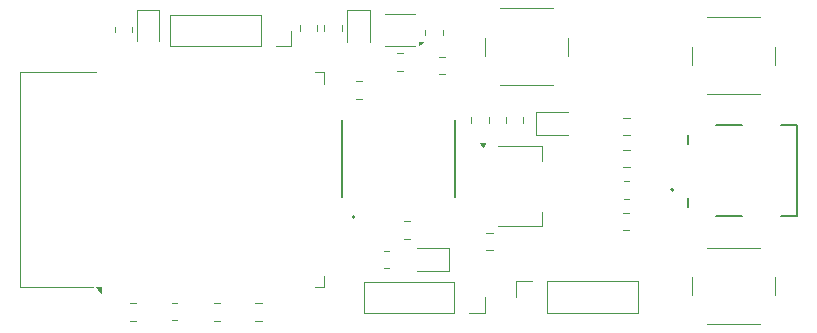
<source format=gbr>
%TF.GenerationSoftware,KiCad,Pcbnew,8.0.4*%
%TF.CreationDate,2025-01-11T15:27:39+03:00*%
%TF.ProjectId,IoT Project,496f5420-5072-46f6-9a65-63742e6b6963,rev?*%
%TF.SameCoordinates,Original*%
%TF.FileFunction,Legend,Top*%
%TF.FilePolarity,Positive*%
%FSLAX46Y46*%
G04 Gerber Fmt 4.6, Leading zero omitted, Abs format (unit mm)*
G04 Created by KiCad (PCBNEW 8.0.4) date 2025-01-11 15:27:39*
%MOMM*%
%LPD*%
G01*
G04 APERTURE LIST*
%ADD10C,0.120000*%
%ADD11C,0.127000*%
%ADD12C,0.200000*%
G04 APERTURE END LIST*
D10*
%TO.C,C1*%
X130361252Y-75765000D02*
X129838748Y-75765000D01*
X130361252Y-77235000D02*
X129838748Y-77235000D01*
%TO.C,R7*%
X121160436Y-77265000D02*
X121614564Y-77265000D01*
X121160436Y-78735000D02*
X121614564Y-78735000D01*
%TO.C,C2*%
X128565000Y-66461252D02*
X128565000Y-65938748D01*
X130035000Y-66461252D02*
X130035000Y-65938748D01*
%TO.C,C8*%
X106788748Y-81715000D02*
X107311252Y-81715000D01*
X106788748Y-83185000D02*
X107311252Y-83185000D01*
%TO.C,C6*%
X99638748Y-81715000D02*
X100161252Y-81715000D01*
X99638748Y-83185000D02*
X100161252Y-83185000D01*
%TO.C,SW3*%
X129750000Y-59250000D02*
X129750000Y-60750000D01*
X131000000Y-63250000D02*
X135500000Y-63250000D01*
X135500000Y-56750000D02*
X131000000Y-56750000D01*
X136750000Y-60750000D02*
X136750000Y-59250000D01*
%TO.C,R5*%
X98365000Y-58764564D02*
X98365000Y-58310436D01*
X99835000Y-58764564D02*
X99835000Y-58310436D01*
%TO.C,R2*%
X103677064Y-81685000D02*
X103222936Y-81685000D01*
X103677064Y-83155000D02*
X103222936Y-83155000D01*
%TO.C,U1*%
X130800000Y-68390000D02*
X134560000Y-68390000D01*
X130800000Y-75210000D02*
X134560000Y-75210000D01*
X134560000Y-68390000D02*
X134560000Y-69650000D01*
X134560000Y-75210000D02*
X134560000Y-73950000D01*
X129520000Y-68490000D02*
X129280000Y-68160000D01*
X129760000Y-68160000D01*
X129520000Y-68490000D01*
G36*
X129520000Y-68490000D02*
G01*
X129280000Y-68160000D01*
X129760000Y-68160000D01*
X129520000Y-68490000D01*
G37*
%TO.C,J3*%
X119450000Y-79895000D02*
X119450000Y-82555000D01*
X127130000Y-79895000D02*
X119450000Y-79895000D01*
X127130000Y-79895000D02*
X127130000Y-82555000D01*
X127130000Y-82555000D02*
X119450000Y-82555000D01*
X129730000Y-81225000D02*
X129730000Y-82555000D01*
X129730000Y-82555000D02*
X128400000Y-82555000D01*
%TO.C,SW1*%
X147250000Y-60000000D02*
X147250000Y-61500000D01*
X148500000Y-64000000D02*
X153000000Y-64000000D01*
X153000000Y-57500000D02*
X148500000Y-57500000D01*
X154250000Y-61500000D02*
X154250000Y-60000000D01*
D11*
%TO.C,U4*%
X117620000Y-72745000D02*
X117620000Y-66225000D01*
X127145000Y-72745000D02*
X127145000Y-66225000D01*
D12*
X118672500Y-74410000D02*
G75*
G02*
X118472500Y-74410000I-100000J0D01*
G01*
X118472500Y-74410000D02*
G75*
G02*
X118672500Y-74410000I100000J0D01*
G01*
D10*
%TO.C,C7*%
X110811252Y-81715000D02*
X110288748Y-81715000D01*
X110811252Y-83185000D02*
X110288748Y-83185000D01*
%TO.C,C4*%
X131465000Y-65938748D02*
X131465000Y-66461252D01*
X132935000Y-65938748D02*
X132935000Y-66461252D01*
%TO.C,C11*%
X123388752Y-74780000D02*
X122866248Y-74780000D01*
X123388752Y-76250000D02*
X122866248Y-76250000D01*
%TO.C,J4*%
X132390000Y-79870000D02*
X133720000Y-79870000D01*
X132390000Y-81200000D02*
X132390000Y-79870000D01*
X134990000Y-79870000D02*
X142670000Y-79870000D01*
X134990000Y-82530000D02*
X134990000Y-79870000D01*
X134990000Y-82530000D02*
X142670000Y-82530000D01*
X142670000Y-82530000D02*
X142670000Y-79870000D01*
%TO.C,SW2*%
X147250000Y-79500000D02*
X147250000Y-81000000D01*
X148500000Y-83500000D02*
X153000000Y-83500000D01*
X153000000Y-77000000D02*
X148500000Y-77000000D01*
X154250000Y-81000000D02*
X154250000Y-79500000D01*
%TO.C,D5*%
X123987500Y-78960000D02*
X126672500Y-78960000D01*
X126672500Y-77040000D02*
X123987500Y-77040000D01*
X126672500Y-78960000D02*
X126672500Y-77040000D01*
%TO.C,R9*%
X124665000Y-59002064D02*
X124665000Y-58547936D01*
X126135000Y-59002064D02*
X126135000Y-58547936D01*
%TO.C,R1*%
X141907064Y-71391666D02*
X141452936Y-71391666D01*
X141907064Y-72861666D02*
X141452936Y-72861666D01*
%TO.C,C10*%
X141961252Y-68718333D02*
X141438748Y-68718333D01*
X141961252Y-70188333D02*
X141438748Y-70188333D01*
%TO.C,J2*%
X103050000Y-57295000D02*
X103050000Y-59955000D01*
X110730000Y-57295000D02*
X103050000Y-57295000D01*
X110730000Y-57295000D02*
X110730000Y-59955000D01*
X110730000Y-59955000D02*
X103050000Y-59955000D01*
X113330000Y-58625000D02*
X113330000Y-59955000D01*
X113330000Y-59955000D02*
X112000000Y-59955000D01*
%TO.C,C12*%
X122238748Y-60565000D02*
X122761252Y-60565000D01*
X122238748Y-62035000D02*
X122761252Y-62035000D01*
%TO.C,C5*%
X141438748Y-66015000D02*
X141961252Y-66015000D01*
X141438748Y-67485000D02*
X141961252Y-67485000D01*
%TO.C,R6*%
X118822936Y-62915000D02*
X119277064Y-62915000D01*
X118822936Y-64385000D02*
X119277064Y-64385000D01*
%TO.C,R4*%
X114065000Y-58639564D02*
X114065000Y-58185436D01*
X115535000Y-58639564D02*
X115535000Y-58185436D01*
%TO.C,U5*%
X123775000Y-57190000D02*
X121275000Y-57190000D01*
X123775000Y-59910000D02*
X121275000Y-59910000D01*
X124175000Y-59880000D02*
X124175000Y-59600000D01*
X124455000Y-59600000D01*
X124175000Y-59880000D01*
G36*
X124175000Y-59880000D02*
G01*
X124175000Y-59600000D01*
X124455000Y-59600000D01*
X124175000Y-59880000D01*
G37*
%TO.C,U3*%
X90370000Y-62130000D02*
X96785000Y-62130000D01*
X90370000Y-80370000D02*
X90370000Y-62130000D01*
X90370000Y-80370000D02*
X96530000Y-80370000D01*
X115330000Y-62130000D02*
X116110000Y-62130000D01*
X115330000Y-80370000D02*
X116110000Y-80370000D01*
X116110000Y-62130000D02*
X116110000Y-63130000D01*
X116110000Y-80370000D02*
X116110000Y-79370000D01*
X97255000Y-80875000D02*
X96755000Y-80375000D01*
X97255000Y-80375000D01*
X97255000Y-80875000D01*
G36*
X97255000Y-80875000D02*
G01*
X96755000Y-80375000D01*
X97255000Y-80375000D01*
X97255000Y-80875000D01*
G37*
%TO.C,C9*%
X141911252Y-74065000D02*
X141388748Y-74065000D01*
X141911252Y-75535000D02*
X141388748Y-75535000D01*
%TO.C,D1*%
X134065000Y-65540000D02*
X134065000Y-67460000D01*
X134065000Y-67460000D02*
X136750000Y-67460000D01*
X136750000Y-65540000D02*
X134065000Y-65540000D01*
%TO.C,R3*%
X116115000Y-58639564D02*
X116115000Y-58185436D01*
X117585000Y-58639564D02*
X117585000Y-58185436D01*
D12*
%TO.C,J1*%
X146900000Y-68200000D02*
X146900000Y-67450000D01*
X146900000Y-73550000D02*
X146900000Y-72800000D01*
X149300000Y-66650000D02*
X151500000Y-66650000D01*
X151500000Y-74350000D02*
X149300000Y-74350000D01*
X154750000Y-66650000D02*
X156100000Y-66650000D01*
X156100000Y-66650000D02*
X156100000Y-74350000D01*
X156100000Y-74350000D02*
X154750000Y-74350000D01*
X145697000Y-72100000D02*
G75*
G02*
X145497000Y-72100000I-100000J0D01*
G01*
X145497000Y-72100000D02*
G75*
G02*
X145697000Y-72100000I100000J0D01*
G01*
D10*
%TO.C,D3*%
X100240000Y-56852500D02*
X100240000Y-59537500D01*
X102160000Y-56852500D02*
X100240000Y-56852500D01*
X102160000Y-59537500D02*
X102160000Y-56852500D01*
%TO.C,D4*%
X118040000Y-56877500D02*
X118040000Y-59562500D01*
X119960000Y-56877500D02*
X118040000Y-56877500D01*
X119960000Y-59562500D02*
X119960000Y-56877500D01*
%TO.C,R8*%
X125860436Y-60865000D02*
X126314564Y-60865000D01*
X125860436Y-62335000D02*
X126314564Y-62335000D01*
%TD*%
M02*

</source>
